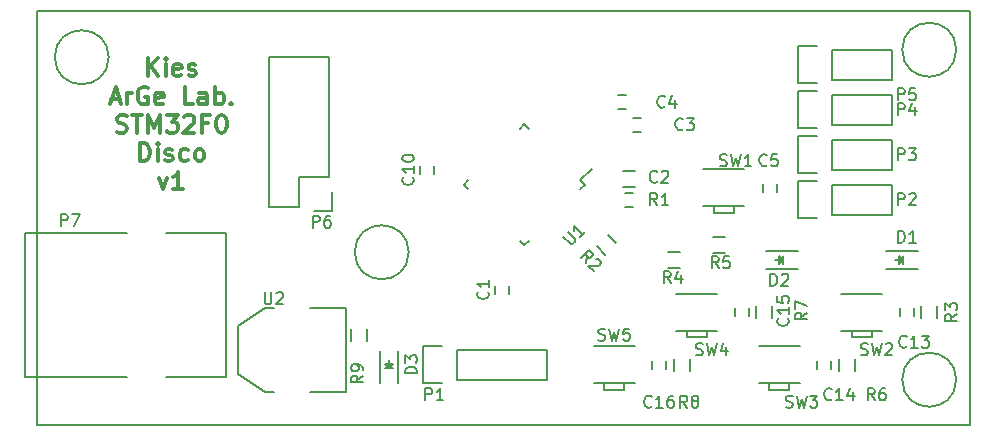
<source format=gbr>
G04 #@! TF.FileFunction,Legend,Top*
%FSLAX46Y46*%
G04 Gerber Fmt 4.6, Leading zero omitted, Abs format (unit mm)*
G04 Created by KiCad (PCBNEW 4.0.0-rc1-stable) date 01.11.2015 14:42:16*
%MOMM*%
G01*
G04 APERTURE LIST*
%ADD10C,0.100000*%
%ADD11C,0.300000*%
%ADD12C,0.150000*%
G04 APERTURE END LIST*
D10*
D11*
X67850000Y-78428571D02*
X67850000Y-76928571D01*
X68707143Y-78428571D02*
X68064286Y-77571429D01*
X68707143Y-76928571D02*
X67850000Y-77785714D01*
X69350000Y-78428571D02*
X69350000Y-77428571D01*
X69350000Y-76928571D02*
X69278571Y-77000000D01*
X69350000Y-77071429D01*
X69421428Y-77000000D01*
X69350000Y-76928571D01*
X69350000Y-77071429D01*
X70635714Y-78357143D02*
X70492857Y-78428571D01*
X70207143Y-78428571D01*
X70064286Y-78357143D01*
X69992857Y-78214286D01*
X69992857Y-77642857D01*
X70064286Y-77500000D01*
X70207143Y-77428571D01*
X70492857Y-77428571D01*
X70635714Y-77500000D01*
X70707143Y-77642857D01*
X70707143Y-77785714D01*
X69992857Y-77928571D01*
X71278571Y-78357143D02*
X71421428Y-78428571D01*
X71707143Y-78428571D01*
X71850000Y-78357143D01*
X71921428Y-78214286D01*
X71921428Y-78142857D01*
X71850000Y-78000000D01*
X71707143Y-77928571D01*
X71492857Y-77928571D01*
X71350000Y-77857143D01*
X71278571Y-77714286D01*
X71278571Y-77642857D01*
X71350000Y-77500000D01*
X71492857Y-77428571D01*
X71707143Y-77428571D01*
X71850000Y-77500000D01*
X64742857Y-80400000D02*
X65457143Y-80400000D01*
X64600000Y-80828571D02*
X65100000Y-79328571D01*
X65600000Y-80828571D01*
X66100000Y-80828571D02*
X66100000Y-79828571D01*
X66100000Y-80114286D02*
X66171428Y-79971429D01*
X66242857Y-79900000D01*
X66385714Y-79828571D01*
X66528571Y-79828571D01*
X67814285Y-79400000D02*
X67671428Y-79328571D01*
X67457142Y-79328571D01*
X67242857Y-79400000D01*
X67099999Y-79542857D01*
X67028571Y-79685714D01*
X66957142Y-79971429D01*
X66957142Y-80185714D01*
X67028571Y-80471429D01*
X67099999Y-80614286D01*
X67242857Y-80757143D01*
X67457142Y-80828571D01*
X67599999Y-80828571D01*
X67814285Y-80757143D01*
X67885714Y-80685714D01*
X67885714Y-80185714D01*
X67599999Y-80185714D01*
X69099999Y-80757143D02*
X68957142Y-80828571D01*
X68671428Y-80828571D01*
X68528571Y-80757143D01*
X68457142Y-80614286D01*
X68457142Y-80042857D01*
X68528571Y-79900000D01*
X68671428Y-79828571D01*
X68957142Y-79828571D01*
X69099999Y-79900000D01*
X69171428Y-80042857D01*
X69171428Y-80185714D01*
X68457142Y-80328571D01*
X71671428Y-80828571D02*
X70957142Y-80828571D01*
X70957142Y-79328571D01*
X72814285Y-80828571D02*
X72814285Y-80042857D01*
X72742856Y-79900000D01*
X72599999Y-79828571D01*
X72314285Y-79828571D01*
X72171428Y-79900000D01*
X72814285Y-80757143D02*
X72671428Y-80828571D01*
X72314285Y-80828571D01*
X72171428Y-80757143D01*
X72099999Y-80614286D01*
X72099999Y-80471429D01*
X72171428Y-80328571D01*
X72314285Y-80257143D01*
X72671428Y-80257143D01*
X72814285Y-80185714D01*
X73528571Y-80828571D02*
X73528571Y-79328571D01*
X73528571Y-79900000D02*
X73671428Y-79828571D01*
X73957142Y-79828571D01*
X74099999Y-79900000D01*
X74171428Y-79971429D01*
X74242857Y-80114286D01*
X74242857Y-80542857D01*
X74171428Y-80685714D01*
X74099999Y-80757143D01*
X73957142Y-80828571D01*
X73671428Y-80828571D01*
X73528571Y-80757143D01*
X74885714Y-80685714D02*
X74957142Y-80757143D01*
X74885714Y-80828571D01*
X74814285Y-80757143D01*
X74885714Y-80685714D01*
X74885714Y-80828571D01*
X65207144Y-83157143D02*
X65421430Y-83228571D01*
X65778573Y-83228571D01*
X65921430Y-83157143D01*
X65992859Y-83085714D01*
X66064287Y-82942857D01*
X66064287Y-82800000D01*
X65992859Y-82657143D01*
X65921430Y-82585714D01*
X65778573Y-82514286D01*
X65492859Y-82442857D01*
X65350001Y-82371429D01*
X65278573Y-82300000D01*
X65207144Y-82157143D01*
X65207144Y-82014286D01*
X65278573Y-81871429D01*
X65350001Y-81800000D01*
X65492859Y-81728571D01*
X65850001Y-81728571D01*
X66064287Y-81800000D01*
X66492858Y-81728571D02*
X67350001Y-81728571D01*
X66921430Y-83228571D02*
X66921430Y-81728571D01*
X67850001Y-83228571D02*
X67850001Y-81728571D01*
X68350001Y-82800000D01*
X68850001Y-81728571D01*
X68850001Y-83228571D01*
X69421430Y-81728571D02*
X70350001Y-81728571D01*
X69850001Y-82300000D01*
X70064287Y-82300000D01*
X70207144Y-82371429D01*
X70278573Y-82442857D01*
X70350001Y-82585714D01*
X70350001Y-82942857D01*
X70278573Y-83085714D01*
X70207144Y-83157143D01*
X70064287Y-83228571D01*
X69635715Y-83228571D01*
X69492858Y-83157143D01*
X69421430Y-83085714D01*
X70921429Y-81871429D02*
X70992858Y-81800000D01*
X71135715Y-81728571D01*
X71492858Y-81728571D01*
X71635715Y-81800000D01*
X71707144Y-81871429D01*
X71778572Y-82014286D01*
X71778572Y-82157143D01*
X71707144Y-82371429D01*
X70850001Y-83228571D01*
X71778572Y-83228571D01*
X72921429Y-82442857D02*
X72421429Y-82442857D01*
X72421429Y-83228571D02*
X72421429Y-81728571D01*
X73135715Y-81728571D01*
X73992857Y-81728571D02*
X74135714Y-81728571D01*
X74278571Y-81800000D01*
X74350000Y-81871429D01*
X74421429Y-82014286D01*
X74492857Y-82300000D01*
X74492857Y-82657143D01*
X74421429Y-82942857D01*
X74350000Y-83085714D01*
X74278571Y-83157143D01*
X74135714Y-83228571D01*
X73992857Y-83228571D01*
X73850000Y-83157143D01*
X73778571Y-83085714D01*
X73707143Y-82942857D01*
X73635714Y-82657143D01*
X73635714Y-82300000D01*
X73707143Y-82014286D01*
X73778571Y-81871429D01*
X73850000Y-81800000D01*
X73992857Y-81728571D01*
X67171429Y-85628571D02*
X67171429Y-84128571D01*
X67528572Y-84128571D01*
X67742857Y-84200000D01*
X67885715Y-84342857D01*
X67957143Y-84485714D01*
X68028572Y-84771429D01*
X68028572Y-84985714D01*
X67957143Y-85271429D01*
X67885715Y-85414286D01*
X67742857Y-85557143D01*
X67528572Y-85628571D01*
X67171429Y-85628571D01*
X68671429Y-85628571D02*
X68671429Y-84628571D01*
X68671429Y-84128571D02*
X68600000Y-84200000D01*
X68671429Y-84271429D01*
X68742857Y-84200000D01*
X68671429Y-84128571D01*
X68671429Y-84271429D01*
X69314286Y-85557143D02*
X69457143Y-85628571D01*
X69742858Y-85628571D01*
X69885715Y-85557143D01*
X69957143Y-85414286D01*
X69957143Y-85342857D01*
X69885715Y-85200000D01*
X69742858Y-85128571D01*
X69528572Y-85128571D01*
X69385715Y-85057143D01*
X69314286Y-84914286D01*
X69314286Y-84842857D01*
X69385715Y-84700000D01*
X69528572Y-84628571D01*
X69742858Y-84628571D01*
X69885715Y-84700000D01*
X71242858Y-85557143D02*
X71100001Y-85628571D01*
X70814287Y-85628571D01*
X70671429Y-85557143D01*
X70600001Y-85485714D01*
X70528572Y-85342857D01*
X70528572Y-84914286D01*
X70600001Y-84771429D01*
X70671429Y-84700000D01*
X70814287Y-84628571D01*
X71100001Y-84628571D01*
X71242858Y-84700000D01*
X72100001Y-85628571D02*
X71957143Y-85557143D01*
X71885715Y-85485714D01*
X71814286Y-85342857D01*
X71814286Y-84914286D01*
X71885715Y-84771429D01*
X71957143Y-84700000D01*
X72100001Y-84628571D01*
X72314286Y-84628571D01*
X72457143Y-84700000D01*
X72528572Y-84771429D01*
X72600001Y-84914286D01*
X72600001Y-85342857D01*
X72528572Y-85485714D01*
X72457143Y-85557143D01*
X72314286Y-85628571D01*
X72100001Y-85628571D01*
X68778572Y-87028571D02*
X69135715Y-88028571D01*
X69492857Y-87028571D01*
X70850000Y-88028571D02*
X69992857Y-88028571D01*
X70421429Y-88028571D02*
X70421429Y-86528571D01*
X70278572Y-86742857D01*
X70135714Y-86885714D01*
X69992857Y-86957143D01*
D12*
X137420000Y-107950000D02*
X58420000Y-107950000D01*
X137420000Y-72950000D02*
X137420000Y-107950000D01*
X58420000Y-72950000D02*
X137420000Y-72950000D01*
X58420000Y-107950000D02*
X58420000Y-72950000D01*
X104821524Y-87630000D02*
X104450293Y-87258769D01*
X99695000Y-92756524D02*
X99323769Y-92385293D01*
X94568476Y-87630000D02*
X94939707Y-88001231D01*
X99695000Y-82503476D02*
X100066231Y-82874707D01*
X104821524Y-87630000D02*
X104450293Y-88001231D01*
X99695000Y-82503476D02*
X99323769Y-82874707D01*
X94568476Y-87630000D02*
X94939707Y-87258769D01*
X99695000Y-92756524D02*
X100066231Y-92385293D01*
X104450293Y-87258769D02*
X105422565Y-86286497D01*
X133045000Y-93230000D02*
X130345000Y-93230000D01*
X133045000Y-94730000D02*
X130345000Y-94730000D01*
X131545000Y-93830000D02*
X131545000Y-94080000D01*
X131545000Y-94080000D02*
X131695000Y-93930000D01*
X131795000Y-94330000D02*
X131795000Y-93630000D01*
X131445000Y-93980000D02*
X131095000Y-93980000D01*
X131795000Y-93980000D02*
X131445000Y-94330000D01*
X131445000Y-94330000D02*
X131445000Y-93630000D01*
X131445000Y-93630000D02*
X131795000Y-93980000D01*
X122885000Y-93230000D02*
X120185000Y-93230000D01*
X122885000Y-94730000D02*
X120185000Y-94730000D01*
X121385000Y-93830000D02*
X121385000Y-94080000D01*
X121385000Y-94080000D02*
X121535000Y-93930000D01*
X121635000Y-94330000D02*
X121635000Y-93630000D01*
X121285000Y-93980000D02*
X120935000Y-93980000D01*
X121635000Y-93980000D02*
X121285000Y-94330000D01*
X121285000Y-94330000D02*
X121285000Y-93630000D01*
X121285000Y-93630000D02*
X121635000Y-93980000D01*
X93980000Y-104140000D02*
X101600000Y-104140000D01*
X93980000Y-101600000D02*
X101600000Y-101600000D01*
X91160000Y-101320000D02*
X92710000Y-101320000D01*
X101600000Y-104140000D02*
X101600000Y-101600000D01*
X93980000Y-101600000D02*
X93980000Y-104140000D01*
X92710000Y-104420000D02*
X91160000Y-104420000D01*
X91160000Y-104420000D02*
X91160000Y-101320000D01*
X125730000Y-90170000D02*
X130810000Y-90170000D01*
X130810000Y-90170000D02*
X130810000Y-87630000D01*
X130810000Y-87630000D02*
X125730000Y-87630000D01*
X122910000Y-87350000D02*
X124460000Y-87350000D01*
X125730000Y-87630000D02*
X125730000Y-90170000D01*
X124460000Y-90450000D02*
X122910000Y-90450000D01*
X122910000Y-90450000D02*
X122910000Y-87350000D01*
X125730000Y-86360000D02*
X130810000Y-86360000D01*
X130810000Y-86360000D02*
X130810000Y-83820000D01*
X130810000Y-83820000D02*
X125730000Y-83820000D01*
X122910000Y-83540000D02*
X124460000Y-83540000D01*
X125730000Y-83820000D02*
X125730000Y-86360000D01*
X124460000Y-86640000D02*
X122910000Y-86640000D01*
X122910000Y-86640000D02*
X122910000Y-83540000D01*
X125730000Y-82550000D02*
X130810000Y-82550000D01*
X130810000Y-82550000D02*
X130810000Y-80010000D01*
X130810000Y-80010000D02*
X125730000Y-80010000D01*
X122910000Y-79730000D02*
X124460000Y-79730000D01*
X125730000Y-80010000D02*
X125730000Y-82550000D01*
X124460000Y-82830000D02*
X122910000Y-82830000D01*
X122910000Y-82830000D02*
X122910000Y-79730000D01*
X125730000Y-78740000D02*
X130810000Y-78740000D01*
X130810000Y-78740000D02*
X130810000Y-76200000D01*
X130810000Y-76200000D02*
X125730000Y-76200000D01*
X122910000Y-75920000D02*
X124460000Y-75920000D01*
X125730000Y-76200000D02*
X125730000Y-78740000D01*
X124460000Y-79020000D02*
X122910000Y-79020000D01*
X122910000Y-79020000D02*
X122910000Y-75920000D01*
X78105000Y-89535000D02*
X78105000Y-76835000D01*
X78105000Y-76835000D02*
X83185000Y-76835000D01*
X83185000Y-76835000D02*
X83185000Y-86995000D01*
X78105000Y-89535000D02*
X80645000Y-89535000D01*
X81915000Y-89815000D02*
X83465000Y-89815000D01*
X80645000Y-89535000D02*
X80645000Y-86995000D01*
X80645000Y-86995000D02*
X83185000Y-86995000D01*
X83465000Y-89815000D02*
X83465000Y-88265000D01*
X66030000Y-91694000D02*
X57394000Y-91694000D01*
X74412000Y-91694000D02*
X69332000Y-91694000D01*
X66030000Y-103886000D02*
X57394000Y-103886000D01*
X74412000Y-103886000D02*
X69332000Y-103886000D01*
X57394000Y-103886000D02*
X57394000Y-91694000D01*
X74412000Y-91694000D02*
X74412000Y-103886000D01*
X117436000Y-89434000D02*
X117436000Y-89984000D01*
X117436000Y-89984000D02*
X115736000Y-89984000D01*
X115736000Y-89984000D02*
X115736000Y-89434000D01*
X114836000Y-86334000D02*
X118336000Y-86334000D01*
X118336000Y-89434000D02*
X114836000Y-89434000D01*
X129120000Y-99975000D02*
X129120000Y-100525000D01*
X129120000Y-100525000D02*
X127420000Y-100525000D01*
X127420000Y-100525000D02*
X127420000Y-99975000D01*
X126520000Y-96875000D02*
X130020000Y-96875000D01*
X130020000Y-99975000D02*
X126520000Y-99975000D01*
X122135000Y-104420000D02*
X122135000Y-104970000D01*
X122135000Y-104970000D02*
X120435000Y-104970000D01*
X120435000Y-104970000D02*
X120435000Y-104420000D01*
X119535000Y-101320000D02*
X123035000Y-101320000D01*
X123035000Y-104420000D02*
X119535000Y-104420000D01*
X115150000Y-99975000D02*
X115150000Y-100525000D01*
X115150000Y-100525000D02*
X113450000Y-100525000D01*
X113450000Y-100525000D02*
X113450000Y-99975000D01*
X112550000Y-96875000D02*
X116050000Y-96875000D01*
X116050000Y-99975000D02*
X112550000Y-99975000D01*
X108165000Y-104420000D02*
X108165000Y-104970000D01*
X108165000Y-104970000D02*
X106465000Y-104970000D01*
X106465000Y-104970000D02*
X106465000Y-104420000D01*
X105565000Y-101320000D02*
X109065000Y-101320000D01*
X109065000Y-104420000D02*
X105565000Y-104420000D01*
X81534000Y-105156000D02*
X84582000Y-105156000D01*
X84582000Y-105156000D02*
X84582000Y-98044000D01*
X84582000Y-98044000D02*
X81534000Y-98044000D01*
X78486000Y-105156000D02*
X77724000Y-105156000D01*
X77724000Y-105156000D02*
X75438000Y-103632000D01*
X75438000Y-103632000D02*
X75438000Y-99568000D01*
X75438000Y-99568000D02*
X77724000Y-98044000D01*
X77724000Y-98044000D02*
X78486000Y-98044000D01*
X89015000Y-104400000D02*
X89015000Y-101700000D01*
X87515000Y-104400000D02*
X87515000Y-101700000D01*
X88415000Y-102900000D02*
X88165000Y-102900000D01*
X88165000Y-102900000D02*
X88315000Y-103050000D01*
X87915000Y-103150000D02*
X88615000Y-103150000D01*
X88265000Y-102800000D02*
X88265000Y-102450000D01*
X88265000Y-103150000D02*
X87915000Y-102800000D01*
X87915000Y-102800000D02*
X88615000Y-102800000D01*
X88615000Y-102800000D02*
X88265000Y-103150000D01*
X98390000Y-96170000D02*
X98390000Y-96870000D01*
X97190000Y-96870000D02*
X97190000Y-96170000D01*
X108235000Y-88300000D02*
X108935000Y-88300000D01*
X108935000Y-89500000D02*
X108235000Y-89500000D01*
X108870000Y-81950000D02*
X109570000Y-81950000D01*
X109570000Y-83150000D02*
X108870000Y-83150000D01*
X107600000Y-80045000D02*
X108300000Y-80045000D01*
X108300000Y-81245000D02*
X107600000Y-81245000D01*
X121123000Y-87534000D02*
X121123000Y-88234000D01*
X119923000Y-88234000D02*
X119923000Y-87534000D01*
X92040000Y-86010000D02*
X92040000Y-86710000D01*
X90840000Y-86710000D02*
X90840000Y-86010000D01*
X132680000Y-98075000D02*
X132680000Y-98775000D01*
X131480000Y-98775000D02*
X131480000Y-98075000D01*
X125695000Y-102520000D02*
X125695000Y-103220000D01*
X124495000Y-103220000D02*
X124495000Y-102520000D01*
X118710000Y-98075000D02*
X118710000Y-98775000D01*
X117510000Y-98775000D02*
X117510000Y-98075000D01*
X111725000Y-102520000D02*
X111725000Y-103220000D01*
X110525000Y-103220000D02*
X110525000Y-102520000D01*
X108085000Y-86447000D02*
X109085000Y-86447000D01*
X109085000Y-87797000D02*
X108085000Y-87797000D01*
X106803744Y-91879150D02*
X107510850Y-92586256D01*
X106556256Y-93540850D02*
X105849150Y-92833744D01*
X133310000Y-98925000D02*
X133310000Y-97925000D01*
X134660000Y-97925000D02*
X134660000Y-98925000D01*
X111895000Y-93305000D02*
X112895000Y-93305000D01*
X112895000Y-94655000D02*
X111895000Y-94655000D01*
X115705000Y-92035000D02*
X116705000Y-92035000D01*
X116705000Y-93385000D02*
X115705000Y-93385000D01*
X126325000Y-103370000D02*
X126325000Y-102370000D01*
X127675000Y-102370000D02*
X127675000Y-103370000D01*
X119340000Y-98925000D02*
X119340000Y-97925000D01*
X120690000Y-97925000D02*
X120690000Y-98925000D01*
X112355000Y-103370000D02*
X112355000Y-102370000D01*
X113705000Y-102370000D02*
X113705000Y-103370000D01*
X85050000Y-100830000D02*
X85050000Y-99830000D01*
X86400000Y-99830000D02*
X86400000Y-100830000D01*
X64516000Y-76835000D02*
G75*
G03X64516000Y-76835000I-2286000J0D01*
G01*
X136271000Y-76200000D02*
G75*
G03X136271000Y-76200000I-2286000J0D01*
G01*
X136271000Y-104140000D02*
G75*
G03X136271000Y-104140000I-2286000J0D01*
G01*
X89916000Y-93345000D02*
G75*
G03X89916000Y-93345000I-2286000J0D01*
G01*
X103011668Y-92024164D02*
X103584088Y-92596584D01*
X103685103Y-92630256D01*
X103752446Y-92630256D01*
X103853461Y-92596584D01*
X103988149Y-92461896D01*
X104021821Y-92360881D01*
X104021821Y-92293538D01*
X103988149Y-92192523D01*
X103415729Y-91620103D01*
X104829943Y-91620103D02*
X104425881Y-92024164D01*
X104627912Y-91822134D02*
X103920805Y-91115027D01*
X103954477Y-91283386D01*
X103954477Y-91418072D01*
X103920805Y-91519088D01*
X131341905Y-92527381D02*
X131341905Y-91527381D01*
X131580000Y-91527381D01*
X131722858Y-91575000D01*
X131818096Y-91670238D01*
X131865715Y-91765476D01*
X131913334Y-91955952D01*
X131913334Y-92098810D01*
X131865715Y-92289286D01*
X131818096Y-92384524D01*
X131722858Y-92479762D01*
X131580000Y-92527381D01*
X131341905Y-92527381D01*
X132865715Y-92527381D02*
X132294286Y-92527381D01*
X132580000Y-92527381D02*
X132580000Y-91527381D01*
X132484762Y-91670238D01*
X132389524Y-91765476D01*
X132294286Y-91813095D01*
X120546905Y-96182381D02*
X120546905Y-95182381D01*
X120785000Y-95182381D01*
X120927858Y-95230000D01*
X121023096Y-95325238D01*
X121070715Y-95420476D01*
X121118334Y-95610952D01*
X121118334Y-95753810D01*
X121070715Y-95944286D01*
X121023096Y-96039524D01*
X120927858Y-96134762D01*
X120785000Y-96182381D01*
X120546905Y-96182381D01*
X121499286Y-95277619D02*
X121546905Y-95230000D01*
X121642143Y-95182381D01*
X121880239Y-95182381D01*
X121975477Y-95230000D01*
X122023096Y-95277619D01*
X122070715Y-95372857D01*
X122070715Y-95468095D01*
X122023096Y-95610952D01*
X121451667Y-96182381D01*
X122070715Y-96182381D01*
X91336905Y-105862381D02*
X91336905Y-104862381D01*
X91717858Y-104862381D01*
X91813096Y-104910000D01*
X91860715Y-104957619D01*
X91908334Y-105052857D01*
X91908334Y-105195714D01*
X91860715Y-105290952D01*
X91813096Y-105338571D01*
X91717858Y-105386190D01*
X91336905Y-105386190D01*
X92860715Y-105862381D02*
X92289286Y-105862381D01*
X92575000Y-105862381D02*
X92575000Y-104862381D01*
X92479762Y-105005238D01*
X92384524Y-105100476D01*
X92289286Y-105148095D01*
X131341905Y-89352381D02*
X131341905Y-88352381D01*
X131722858Y-88352381D01*
X131818096Y-88400000D01*
X131865715Y-88447619D01*
X131913334Y-88542857D01*
X131913334Y-88685714D01*
X131865715Y-88780952D01*
X131818096Y-88828571D01*
X131722858Y-88876190D01*
X131341905Y-88876190D01*
X132294286Y-88447619D02*
X132341905Y-88400000D01*
X132437143Y-88352381D01*
X132675239Y-88352381D01*
X132770477Y-88400000D01*
X132818096Y-88447619D01*
X132865715Y-88542857D01*
X132865715Y-88638095D01*
X132818096Y-88780952D01*
X132246667Y-89352381D01*
X132865715Y-89352381D01*
X131341905Y-85542381D02*
X131341905Y-84542381D01*
X131722858Y-84542381D01*
X131818096Y-84590000D01*
X131865715Y-84637619D01*
X131913334Y-84732857D01*
X131913334Y-84875714D01*
X131865715Y-84970952D01*
X131818096Y-85018571D01*
X131722858Y-85066190D01*
X131341905Y-85066190D01*
X132246667Y-84542381D02*
X132865715Y-84542381D01*
X132532381Y-84923333D01*
X132675239Y-84923333D01*
X132770477Y-84970952D01*
X132818096Y-85018571D01*
X132865715Y-85113810D01*
X132865715Y-85351905D01*
X132818096Y-85447143D01*
X132770477Y-85494762D01*
X132675239Y-85542381D01*
X132389524Y-85542381D01*
X132294286Y-85494762D01*
X132246667Y-85447143D01*
X131341905Y-81732381D02*
X131341905Y-80732381D01*
X131722858Y-80732381D01*
X131818096Y-80780000D01*
X131865715Y-80827619D01*
X131913334Y-80922857D01*
X131913334Y-81065714D01*
X131865715Y-81160952D01*
X131818096Y-81208571D01*
X131722858Y-81256190D01*
X131341905Y-81256190D01*
X132770477Y-81065714D02*
X132770477Y-81732381D01*
X132532381Y-80684762D02*
X132294286Y-81399048D01*
X132913334Y-81399048D01*
X131341905Y-80462381D02*
X131341905Y-79462381D01*
X131722858Y-79462381D01*
X131818096Y-79510000D01*
X131865715Y-79557619D01*
X131913334Y-79652857D01*
X131913334Y-79795714D01*
X131865715Y-79890952D01*
X131818096Y-79938571D01*
X131722858Y-79986190D01*
X131341905Y-79986190D01*
X132818096Y-79462381D02*
X132341905Y-79462381D01*
X132294286Y-79938571D01*
X132341905Y-79890952D01*
X132437143Y-79843333D01*
X132675239Y-79843333D01*
X132770477Y-79890952D01*
X132818096Y-79938571D01*
X132865715Y-80033810D01*
X132865715Y-80271905D01*
X132818096Y-80367143D01*
X132770477Y-80414762D01*
X132675239Y-80462381D01*
X132437143Y-80462381D01*
X132341905Y-80414762D01*
X132294286Y-80367143D01*
X81811905Y-91257381D02*
X81811905Y-90257381D01*
X82192858Y-90257381D01*
X82288096Y-90305000D01*
X82335715Y-90352619D01*
X82383334Y-90447857D01*
X82383334Y-90590714D01*
X82335715Y-90685952D01*
X82288096Y-90733571D01*
X82192858Y-90781190D01*
X81811905Y-90781190D01*
X83240477Y-90257381D02*
X83050000Y-90257381D01*
X82954762Y-90305000D01*
X82907143Y-90352619D01*
X82811905Y-90495476D01*
X82764286Y-90685952D01*
X82764286Y-91066905D01*
X82811905Y-91162143D01*
X82859524Y-91209762D01*
X82954762Y-91257381D01*
X83145239Y-91257381D01*
X83240477Y-91209762D01*
X83288096Y-91162143D01*
X83335715Y-91066905D01*
X83335715Y-90828810D01*
X83288096Y-90733571D01*
X83240477Y-90685952D01*
X83145239Y-90638333D01*
X82954762Y-90638333D01*
X82859524Y-90685952D01*
X82811905Y-90733571D01*
X82764286Y-90828810D01*
X60475905Y-91130381D02*
X60475905Y-90130381D01*
X60856858Y-90130381D01*
X60952096Y-90178000D01*
X60999715Y-90225619D01*
X61047334Y-90320857D01*
X61047334Y-90463714D01*
X60999715Y-90558952D01*
X60952096Y-90606571D01*
X60856858Y-90654190D01*
X60475905Y-90654190D01*
X61380667Y-90130381D02*
X62047334Y-90130381D01*
X61618762Y-91130381D01*
X116268667Y-86002762D02*
X116411524Y-86050381D01*
X116649620Y-86050381D01*
X116744858Y-86002762D01*
X116792477Y-85955143D01*
X116840096Y-85859905D01*
X116840096Y-85764667D01*
X116792477Y-85669429D01*
X116744858Y-85621810D01*
X116649620Y-85574190D01*
X116459143Y-85526571D01*
X116363905Y-85478952D01*
X116316286Y-85431333D01*
X116268667Y-85336095D01*
X116268667Y-85240857D01*
X116316286Y-85145619D01*
X116363905Y-85098000D01*
X116459143Y-85050381D01*
X116697239Y-85050381D01*
X116840096Y-85098000D01*
X117173429Y-85050381D02*
X117411524Y-86050381D01*
X117602001Y-85336095D01*
X117792477Y-86050381D01*
X118030572Y-85050381D01*
X118935334Y-86050381D02*
X118363905Y-86050381D01*
X118649619Y-86050381D02*
X118649619Y-85050381D01*
X118554381Y-85193238D01*
X118459143Y-85288476D01*
X118363905Y-85336095D01*
X128206667Y-102004762D02*
X128349524Y-102052381D01*
X128587620Y-102052381D01*
X128682858Y-102004762D01*
X128730477Y-101957143D01*
X128778096Y-101861905D01*
X128778096Y-101766667D01*
X128730477Y-101671429D01*
X128682858Y-101623810D01*
X128587620Y-101576190D01*
X128397143Y-101528571D01*
X128301905Y-101480952D01*
X128254286Y-101433333D01*
X128206667Y-101338095D01*
X128206667Y-101242857D01*
X128254286Y-101147619D01*
X128301905Y-101100000D01*
X128397143Y-101052381D01*
X128635239Y-101052381D01*
X128778096Y-101100000D01*
X129111429Y-101052381D02*
X129349524Y-102052381D01*
X129540001Y-101338095D01*
X129730477Y-102052381D01*
X129968572Y-101052381D01*
X130301905Y-101147619D02*
X130349524Y-101100000D01*
X130444762Y-101052381D01*
X130682858Y-101052381D01*
X130778096Y-101100000D01*
X130825715Y-101147619D01*
X130873334Y-101242857D01*
X130873334Y-101338095D01*
X130825715Y-101480952D01*
X130254286Y-102052381D01*
X130873334Y-102052381D01*
X121856667Y-106449762D02*
X121999524Y-106497381D01*
X122237620Y-106497381D01*
X122332858Y-106449762D01*
X122380477Y-106402143D01*
X122428096Y-106306905D01*
X122428096Y-106211667D01*
X122380477Y-106116429D01*
X122332858Y-106068810D01*
X122237620Y-106021190D01*
X122047143Y-105973571D01*
X121951905Y-105925952D01*
X121904286Y-105878333D01*
X121856667Y-105783095D01*
X121856667Y-105687857D01*
X121904286Y-105592619D01*
X121951905Y-105545000D01*
X122047143Y-105497381D01*
X122285239Y-105497381D01*
X122428096Y-105545000D01*
X122761429Y-105497381D02*
X122999524Y-106497381D01*
X123190001Y-105783095D01*
X123380477Y-106497381D01*
X123618572Y-105497381D01*
X123904286Y-105497381D02*
X124523334Y-105497381D01*
X124190000Y-105878333D01*
X124332858Y-105878333D01*
X124428096Y-105925952D01*
X124475715Y-105973571D01*
X124523334Y-106068810D01*
X124523334Y-106306905D01*
X124475715Y-106402143D01*
X124428096Y-106449762D01*
X124332858Y-106497381D01*
X124047143Y-106497381D01*
X123951905Y-106449762D01*
X123904286Y-106402143D01*
X114236667Y-102004762D02*
X114379524Y-102052381D01*
X114617620Y-102052381D01*
X114712858Y-102004762D01*
X114760477Y-101957143D01*
X114808096Y-101861905D01*
X114808096Y-101766667D01*
X114760477Y-101671429D01*
X114712858Y-101623810D01*
X114617620Y-101576190D01*
X114427143Y-101528571D01*
X114331905Y-101480952D01*
X114284286Y-101433333D01*
X114236667Y-101338095D01*
X114236667Y-101242857D01*
X114284286Y-101147619D01*
X114331905Y-101100000D01*
X114427143Y-101052381D01*
X114665239Y-101052381D01*
X114808096Y-101100000D01*
X115141429Y-101052381D02*
X115379524Y-102052381D01*
X115570001Y-101338095D01*
X115760477Y-102052381D01*
X115998572Y-101052381D01*
X116808096Y-101385714D02*
X116808096Y-102052381D01*
X116570000Y-101004762D02*
X116331905Y-101719048D01*
X116950953Y-101719048D01*
X105981667Y-100774762D02*
X106124524Y-100822381D01*
X106362620Y-100822381D01*
X106457858Y-100774762D01*
X106505477Y-100727143D01*
X106553096Y-100631905D01*
X106553096Y-100536667D01*
X106505477Y-100441429D01*
X106457858Y-100393810D01*
X106362620Y-100346190D01*
X106172143Y-100298571D01*
X106076905Y-100250952D01*
X106029286Y-100203333D01*
X105981667Y-100108095D01*
X105981667Y-100012857D01*
X106029286Y-99917619D01*
X106076905Y-99870000D01*
X106172143Y-99822381D01*
X106410239Y-99822381D01*
X106553096Y-99870000D01*
X106886429Y-99822381D02*
X107124524Y-100822381D01*
X107315001Y-100108095D01*
X107505477Y-100822381D01*
X107743572Y-99822381D01*
X108600715Y-99822381D02*
X108124524Y-99822381D01*
X108076905Y-100298571D01*
X108124524Y-100250952D01*
X108219762Y-100203333D01*
X108457858Y-100203333D01*
X108553096Y-100250952D01*
X108600715Y-100298571D01*
X108648334Y-100393810D01*
X108648334Y-100631905D01*
X108600715Y-100727143D01*
X108553096Y-100774762D01*
X108457858Y-100822381D01*
X108219762Y-100822381D01*
X108124524Y-100774762D01*
X108076905Y-100727143D01*
X77724095Y-96734381D02*
X77724095Y-97543905D01*
X77771714Y-97639143D01*
X77819333Y-97686762D01*
X77914571Y-97734381D01*
X78105048Y-97734381D01*
X78200286Y-97686762D01*
X78247905Y-97639143D01*
X78295524Y-97543905D01*
X78295524Y-96734381D01*
X78724095Y-96829619D02*
X78771714Y-96782000D01*
X78866952Y-96734381D01*
X79105048Y-96734381D01*
X79200286Y-96782000D01*
X79247905Y-96829619D01*
X79295524Y-96924857D01*
X79295524Y-97020095D01*
X79247905Y-97162952D01*
X78676476Y-97734381D01*
X79295524Y-97734381D01*
X90622381Y-103608095D02*
X89622381Y-103608095D01*
X89622381Y-103370000D01*
X89670000Y-103227142D01*
X89765238Y-103131904D01*
X89860476Y-103084285D01*
X90050952Y-103036666D01*
X90193810Y-103036666D01*
X90384286Y-103084285D01*
X90479524Y-103131904D01*
X90574762Y-103227142D01*
X90622381Y-103370000D01*
X90622381Y-103608095D01*
X89622381Y-102703333D02*
X89622381Y-102084285D01*
X90003333Y-102417619D01*
X90003333Y-102274761D01*
X90050952Y-102179523D01*
X90098571Y-102131904D01*
X90193810Y-102084285D01*
X90431905Y-102084285D01*
X90527143Y-102131904D01*
X90574762Y-102179523D01*
X90622381Y-102274761D01*
X90622381Y-102560476D01*
X90574762Y-102655714D01*
X90527143Y-102703333D01*
X96623143Y-96686666D02*
X96670762Y-96734285D01*
X96718381Y-96877142D01*
X96718381Y-96972380D01*
X96670762Y-97115238D01*
X96575524Y-97210476D01*
X96480286Y-97258095D01*
X96289810Y-97305714D01*
X96146952Y-97305714D01*
X95956476Y-97258095D01*
X95861238Y-97210476D01*
X95766000Y-97115238D01*
X95718381Y-96972380D01*
X95718381Y-96877142D01*
X95766000Y-96734285D01*
X95813619Y-96686666D01*
X96718381Y-95734285D02*
X96718381Y-96305714D01*
X96718381Y-96020000D02*
X95718381Y-96020000D01*
X95861238Y-96115238D01*
X95956476Y-96210476D01*
X96004095Y-96305714D01*
X110958334Y-87352143D02*
X110910715Y-87399762D01*
X110767858Y-87447381D01*
X110672620Y-87447381D01*
X110529762Y-87399762D01*
X110434524Y-87304524D01*
X110386905Y-87209286D01*
X110339286Y-87018810D01*
X110339286Y-86875952D01*
X110386905Y-86685476D01*
X110434524Y-86590238D01*
X110529762Y-86495000D01*
X110672620Y-86447381D01*
X110767858Y-86447381D01*
X110910715Y-86495000D01*
X110958334Y-86542619D01*
X111339286Y-86542619D02*
X111386905Y-86495000D01*
X111482143Y-86447381D01*
X111720239Y-86447381D01*
X111815477Y-86495000D01*
X111863096Y-86542619D01*
X111910715Y-86637857D01*
X111910715Y-86733095D01*
X111863096Y-86875952D01*
X111291667Y-87447381D01*
X111910715Y-87447381D01*
X113117334Y-82907143D02*
X113069715Y-82954762D01*
X112926858Y-83002381D01*
X112831620Y-83002381D01*
X112688762Y-82954762D01*
X112593524Y-82859524D01*
X112545905Y-82764286D01*
X112498286Y-82573810D01*
X112498286Y-82430952D01*
X112545905Y-82240476D01*
X112593524Y-82145238D01*
X112688762Y-82050000D01*
X112831620Y-82002381D01*
X112926858Y-82002381D01*
X113069715Y-82050000D01*
X113117334Y-82097619D01*
X113450667Y-82002381D02*
X114069715Y-82002381D01*
X113736381Y-82383333D01*
X113879239Y-82383333D01*
X113974477Y-82430952D01*
X114022096Y-82478571D01*
X114069715Y-82573810D01*
X114069715Y-82811905D01*
X114022096Y-82907143D01*
X113974477Y-82954762D01*
X113879239Y-83002381D01*
X113593524Y-83002381D01*
X113498286Y-82954762D01*
X113450667Y-82907143D01*
X111593334Y-81002143D02*
X111545715Y-81049762D01*
X111402858Y-81097381D01*
X111307620Y-81097381D01*
X111164762Y-81049762D01*
X111069524Y-80954524D01*
X111021905Y-80859286D01*
X110974286Y-80668810D01*
X110974286Y-80525952D01*
X111021905Y-80335476D01*
X111069524Y-80240238D01*
X111164762Y-80145000D01*
X111307620Y-80097381D01*
X111402858Y-80097381D01*
X111545715Y-80145000D01*
X111593334Y-80192619D01*
X112450477Y-80430714D02*
X112450477Y-81097381D01*
X112212381Y-80049762D02*
X111974286Y-80764048D01*
X112593334Y-80764048D01*
X120229334Y-85955143D02*
X120181715Y-86002762D01*
X120038858Y-86050381D01*
X119943620Y-86050381D01*
X119800762Y-86002762D01*
X119705524Y-85907524D01*
X119657905Y-85812286D01*
X119610286Y-85621810D01*
X119610286Y-85478952D01*
X119657905Y-85288476D01*
X119705524Y-85193238D01*
X119800762Y-85098000D01*
X119943620Y-85050381D01*
X120038858Y-85050381D01*
X120181715Y-85098000D01*
X120229334Y-85145619D01*
X121134096Y-85050381D02*
X120657905Y-85050381D01*
X120610286Y-85526571D01*
X120657905Y-85478952D01*
X120753143Y-85431333D01*
X120991239Y-85431333D01*
X121086477Y-85478952D01*
X121134096Y-85526571D01*
X121181715Y-85621810D01*
X121181715Y-85859905D01*
X121134096Y-85955143D01*
X121086477Y-86002762D01*
X120991239Y-86050381D01*
X120753143Y-86050381D01*
X120657905Y-86002762D01*
X120610286Y-85955143D01*
X90273143Y-87002857D02*
X90320762Y-87050476D01*
X90368381Y-87193333D01*
X90368381Y-87288571D01*
X90320762Y-87431429D01*
X90225524Y-87526667D01*
X90130286Y-87574286D01*
X89939810Y-87621905D01*
X89796952Y-87621905D01*
X89606476Y-87574286D01*
X89511238Y-87526667D01*
X89416000Y-87431429D01*
X89368381Y-87288571D01*
X89368381Y-87193333D01*
X89416000Y-87050476D01*
X89463619Y-87002857D01*
X90368381Y-86050476D02*
X90368381Y-86621905D01*
X90368381Y-86336191D02*
X89368381Y-86336191D01*
X89511238Y-86431429D01*
X89606476Y-86526667D01*
X89654095Y-86621905D01*
X89368381Y-85431429D02*
X89368381Y-85336190D01*
X89416000Y-85240952D01*
X89463619Y-85193333D01*
X89558857Y-85145714D01*
X89749333Y-85098095D01*
X89987429Y-85098095D01*
X90177905Y-85145714D01*
X90273143Y-85193333D01*
X90320762Y-85240952D01*
X90368381Y-85336190D01*
X90368381Y-85431429D01*
X90320762Y-85526667D01*
X90273143Y-85574286D01*
X90177905Y-85621905D01*
X89987429Y-85669524D01*
X89749333Y-85669524D01*
X89558857Y-85621905D01*
X89463619Y-85574286D01*
X89416000Y-85526667D01*
X89368381Y-85431429D01*
X132072143Y-101322143D02*
X132024524Y-101369762D01*
X131881667Y-101417381D01*
X131786429Y-101417381D01*
X131643571Y-101369762D01*
X131548333Y-101274524D01*
X131500714Y-101179286D01*
X131453095Y-100988810D01*
X131453095Y-100845952D01*
X131500714Y-100655476D01*
X131548333Y-100560238D01*
X131643571Y-100465000D01*
X131786429Y-100417381D01*
X131881667Y-100417381D01*
X132024524Y-100465000D01*
X132072143Y-100512619D01*
X133024524Y-101417381D02*
X132453095Y-101417381D01*
X132738809Y-101417381D02*
X132738809Y-100417381D01*
X132643571Y-100560238D01*
X132548333Y-100655476D01*
X132453095Y-100703095D01*
X133357857Y-100417381D02*
X133976905Y-100417381D01*
X133643571Y-100798333D01*
X133786429Y-100798333D01*
X133881667Y-100845952D01*
X133929286Y-100893571D01*
X133976905Y-100988810D01*
X133976905Y-101226905D01*
X133929286Y-101322143D01*
X133881667Y-101369762D01*
X133786429Y-101417381D01*
X133500714Y-101417381D01*
X133405476Y-101369762D01*
X133357857Y-101322143D01*
X125722143Y-105767143D02*
X125674524Y-105814762D01*
X125531667Y-105862381D01*
X125436429Y-105862381D01*
X125293571Y-105814762D01*
X125198333Y-105719524D01*
X125150714Y-105624286D01*
X125103095Y-105433810D01*
X125103095Y-105290952D01*
X125150714Y-105100476D01*
X125198333Y-105005238D01*
X125293571Y-104910000D01*
X125436429Y-104862381D01*
X125531667Y-104862381D01*
X125674524Y-104910000D01*
X125722143Y-104957619D01*
X126674524Y-105862381D02*
X126103095Y-105862381D01*
X126388809Y-105862381D02*
X126388809Y-104862381D01*
X126293571Y-105005238D01*
X126198333Y-105100476D01*
X126103095Y-105148095D01*
X127531667Y-105195714D02*
X127531667Y-105862381D01*
X127293571Y-104814762D02*
X127055476Y-105529048D01*
X127674524Y-105529048D01*
X122023143Y-98940857D02*
X122070762Y-98988476D01*
X122118381Y-99131333D01*
X122118381Y-99226571D01*
X122070762Y-99369429D01*
X121975524Y-99464667D01*
X121880286Y-99512286D01*
X121689810Y-99559905D01*
X121546952Y-99559905D01*
X121356476Y-99512286D01*
X121261238Y-99464667D01*
X121166000Y-99369429D01*
X121118381Y-99226571D01*
X121118381Y-99131333D01*
X121166000Y-98988476D01*
X121213619Y-98940857D01*
X122118381Y-97988476D02*
X122118381Y-98559905D01*
X122118381Y-98274191D02*
X121118381Y-98274191D01*
X121261238Y-98369429D01*
X121356476Y-98464667D01*
X121404095Y-98559905D01*
X121118381Y-97083714D02*
X121118381Y-97559905D01*
X121594571Y-97607524D01*
X121546952Y-97559905D01*
X121499333Y-97464667D01*
X121499333Y-97226571D01*
X121546952Y-97131333D01*
X121594571Y-97083714D01*
X121689810Y-97036095D01*
X121927905Y-97036095D01*
X122023143Y-97083714D01*
X122070762Y-97131333D01*
X122118381Y-97226571D01*
X122118381Y-97464667D01*
X122070762Y-97559905D01*
X122023143Y-97607524D01*
X110482143Y-106402143D02*
X110434524Y-106449762D01*
X110291667Y-106497381D01*
X110196429Y-106497381D01*
X110053571Y-106449762D01*
X109958333Y-106354524D01*
X109910714Y-106259286D01*
X109863095Y-106068810D01*
X109863095Y-105925952D01*
X109910714Y-105735476D01*
X109958333Y-105640238D01*
X110053571Y-105545000D01*
X110196429Y-105497381D01*
X110291667Y-105497381D01*
X110434524Y-105545000D01*
X110482143Y-105592619D01*
X111434524Y-106497381D02*
X110863095Y-106497381D01*
X111148809Y-106497381D02*
X111148809Y-105497381D01*
X111053571Y-105640238D01*
X110958333Y-105735476D01*
X110863095Y-105783095D01*
X112291667Y-105497381D02*
X112101190Y-105497381D01*
X112005952Y-105545000D01*
X111958333Y-105592619D01*
X111863095Y-105735476D01*
X111815476Y-105925952D01*
X111815476Y-106306905D01*
X111863095Y-106402143D01*
X111910714Y-106449762D01*
X112005952Y-106497381D01*
X112196429Y-106497381D01*
X112291667Y-106449762D01*
X112339286Y-106402143D01*
X112386905Y-106306905D01*
X112386905Y-106068810D01*
X112339286Y-105973571D01*
X112291667Y-105925952D01*
X112196429Y-105878333D01*
X112005952Y-105878333D01*
X111910714Y-105925952D01*
X111863095Y-105973571D01*
X111815476Y-106068810D01*
X110958334Y-89352381D02*
X110625000Y-88876190D01*
X110386905Y-89352381D02*
X110386905Y-88352381D01*
X110767858Y-88352381D01*
X110863096Y-88400000D01*
X110910715Y-88447619D01*
X110958334Y-88542857D01*
X110958334Y-88685714D01*
X110910715Y-88780952D01*
X110863096Y-88828571D01*
X110767858Y-88876190D01*
X110386905Y-88876190D01*
X111910715Y-89352381D02*
X111339286Y-89352381D01*
X111625000Y-89352381D02*
X111625000Y-88352381D01*
X111529762Y-88495238D01*
X111434524Y-88590476D01*
X111339286Y-88638095D01*
X104898765Y-94255534D02*
X104999780Y-93683113D01*
X104494703Y-93851473D02*
X105201810Y-93144366D01*
X105471185Y-93413740D01*
X105504856Y-93514756D01*
X105504856Y-93582099D01*
X105471185Y-93683114D01*
X105370169Y-93784129D01*
X105269154Y-93817801D01*
X105201811Y-93817801D01*
X105100796Y-93784129D01*
X104831421Y-93514755D01*
X105807902Y-93885144D02*
X105875245Y-93885144D01*
X105976260Y-93918816D01*
X106144620Y-94087175D01*
X106178291Y-94188191D01*
X106178291Y-94255534D01*
X106144620Y-94356549D01*
X106077276Y-94423893D01*
X105942589Y-94491236D01*
X105134467Y-94491236D01*
X105572200Y-94928969D01*
X136342381Y-98591666D02*
X135866190Y-98925000D01*
X136342381Y-99163095D02*
X135342381Y-99163095D01*
X135342381Y-98782142D01*
X135390000Y-98686904D01*
X135437619Y-98639285D01*
X135532857Y-98591666D01*
X135675714Y-98591666D01*
X135770952Y-98639285D01*
X135818571Y-98686904D01*
X135866190Y-98782142D01*
X135866190Y-99163095D01*
X135342381Y-98258333D02*
X135342381Y-97639285D01*
X135723333Y-97972619D01*
X135723333Y-97829761D01*
X135770952Y-97734523D01*
X135818571Y-97686904D01*
X135913810Y-97639285D01*
X136151905Y-97639285D01*
X136247143Y-97686904D01*
X136294762Y-97734523D01*
X136342381Y-97829761D01*
X136342381Y-98115476D01*
X136294762Y-98210714D01*
X136247143Y-98258333D01*
X112101334Y-95956381D02*
X111768000Y-95480190D01*
X111529905Y-95956381D02*
X111529905Y-94956381D01*
X111910858Y-94956381D01*
X112006096Y-95004000D01*
X112053715Y-95051619D01*
X112101334Y-95146857D01*
X112101334Y-95289714D01*
X112053715Y-95384952D01*
X112006096Y-95432571D01*
X111910858Y-95480190D01*
X111529905Y-95480190D01*
X112958477Y-95289714D02*
X112958477Y-95956381D01*
X112720381Y-94908762D02*
X112482286Y-95623048D01*
X113101334Y-95623048D01*
X116165334Y-94686381D02*
X115832000Y-94210190D01*
X115593905Y-94686381D02*
X115593905Y-93686381D01*
X115974858Y-93686381D01*
X116070096Y-93734000D01*
X116117715Y-93781619D01*
X116165334Y-93876857D01*
X116165334Y-94019714D01*
X116117715Y-94114952D01*
X116070096Y-94162571D01*
X115974858Y-94210190D01*
X115593905Y-94210190D01*
X117070096Y-93686381D02*
X116593905Y-93686381D01*
X116546286Y-94162571D01*
X116593905Y-94114952D01*
X116689143Y-94067333D01*
X116927239Y-94067333D01*
X117022477Y-94114952D01*
X117070096Y-94162571D01*
X117117715Y-94257810D01*
X117117715Y-94495905D01*
X117070096Y-94591143D01*
X117022477Y-94638762D01*
X116927239Y-94686381D01*
X116689143Y-94686381D01*
X116593905Y-94638762D01*
X116546286Y-94591143D01*
X129373334Y-105862381D02*
X129040000Y-105386190D01*
X128801905Y-105862381D02*
X128801905Y-104862381D01*
X129182858Y-104862381D01*
X129278096Y-104910000D01*
X129325715Y-104957619D01*
X129373334Y-105052857D01*
X129373334Y-105195714D01*
X129325715Y-105290952D01*
X129278096Y-105338571D01*
X129182858Y-105386190D01*
X128801905Y-105386190D01*
X130230477Y-104862381D02*
X130040000Y-104862381D01*
X129944762Y-104910000D01*
X129897143Y-104957619D01*
X129801905Y-105100476D01*
X129754286Y-105290952D01*
X129754286Y-105671905D01*
X129801905Y-105767143D01*
X129849524Y-105814762D01*
X129944762Y-105862381D01*
X130135239Y-105862381D01*
X130230477Y-105814762D01*
X130278096Y-105767143D01*
X130325715Y-105671905D01*
X130325715Y-105433810D01*
X130278096Y-105338571D01*
X130230477Y-105290952D01*
X130135239Y-105243333D01*
X129944762Y-105243333D01*
X129849524Y-105290952D01*
X129801905Y-105338571D01*
X129754286Y-105433810D01*
X123642381Y-98464666D02*
X123166190Y-98798000D01*
X123642381Y-99036095D02*
X122642381Y-99036095D01*
X122642381Y-98655142D01*
X122690000Y-98559904D01*
X122737619Y-98512285D01*
X122832857Y-98464666D01*
X122975714Y-98464666D01*
X123070952Y-98512285D01*
X123118571Y-98559904D01*
X123166190Y-98655142D01*
X123166190Y-99036095D01*
X122642381Y-98131333D02*
X122642381Y-97464666D01*
X123642381Y-97893238D01*
X113498334Y-106497381D02*
X113165000Y-106021190D01*
X112926905Y-106497381D02*
X112926905Y-105497381D01*
X113307858Y-105497381D01*
X113403096Y-105545000D01*
X113450715Y-105592619D01*
X113498334Y-105687857D01*
X113498334Y-105830714D01*
X113450715Y-105925952D01*
X113403096Y-105973571D01*
X113307858Y-106021190D01*
X112926905Y-106021190D01*
X114069762Y-105925952D02*
X113974524Y-105878333D01*
X113926905Y-105830714D01*
X113879286Y-105735476D01*
X113879286Y-105687857D01*
X113926905Y-105592619D01*
X113974524Y-105545000D01*
X114069762Y-105497381D01*
X114260239Y-105497381D01*
X114355477Y-105545000D01*
X114403096Y-105592619D01*
X114450715Y-105687857D01*
X114450715Y-105735476D01*
X114403096Y-105830714D01*
X114355477Y-105878333D01*
X114260239Y-105925952D01*
X114069762Y-105925952D01*
X113974524Y-105973571D01*
X113926905Y-106021190D01*
X113879286Y-106116429D01*
X113879286Y-106306905D01*
X113926905Y-106402143D01*
X113974524Y-106449762D01*
X114069762Y-106497381D01*
X114260239Y-106497381D01*
X114355477Y-106449762D01*
X114403096Y-106402143D01*
X114450715Y-106306905D01*
X114450715Y-106116429D01*
X114403096Y-106021190D01*
X114355477Y-105973571D01*
X114260239Y-105925952D01*
X86050381Y-103798666D02*
X85574190Y-104132000D01*
X86050381Y-104370095D02*
X85050381Y-104370095D01*
X85050381Y-103989142D01*
X85098000Y-103893904D01*
X85145619Y-103846285D01*
X85240857Y-103798666D01*
X85383714Y-103798666D01*
X85478952Y-103846285D01*
X85526571Y-103893904D01*
X85574190Y-103989142D01*
X85574190Y-104370095D01*
X86050381Y-103322476D02*
X86050381Y-103132000D01*
X86002762Y-103036761D01*
X85955143Y-102989142D01*
X85812286Y-102893904D01*
X85621810Y-102846285D01*
X85240857Y-102846285D01*
X85145619Y-102893904D01*
X85098000Y-102941523D01*
X85050381Y-103036761D01*
X85050381Y-103227238D01*
X85098000Y-103322476D01*
X85145619Y-103370095D01*
X85240857Y-103417714D01*
X85478952Y-103417714D01*
X85574190Y-103370095D01*
X85621810Y-103322476D01*
X85669429Y-103227238D01*
X85669429Y-103036761D01*
X85621810Y-102941523D01*
X85574190Y-102893904D01*
X85478952Y-102846285D01*
M02*

</source>
